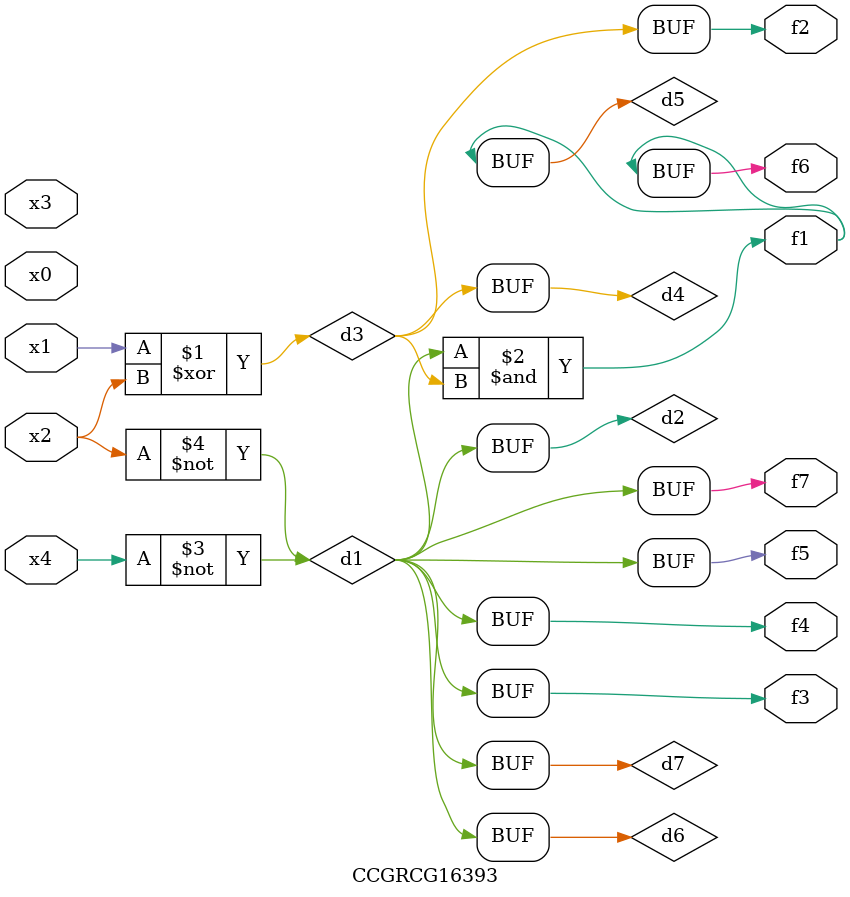
<source format=v>
module CCGRCG16393(
	input x0, x1, x2, x3, x4,
	output f1, f2, f3, f4, f5, f6, f7
);

	wire d1, d2, d3, d4, d5, d6, d7;

	not (d1, x4);
	not (d2, x2);
	xor (d3, x1, x2);
	buf (d4, d3);
	and (d5, d1, d3);
	buf (d6, d1, d2);
	buf (d7, d2);
	assign f1 = d5;
	assign f2 = d4;
	assign f3 = d7;
	assign f4 = d7;
	assign f5 = d7;
	assign f6 = d5;
	assign f7 = d7;
endmodule

</source>
